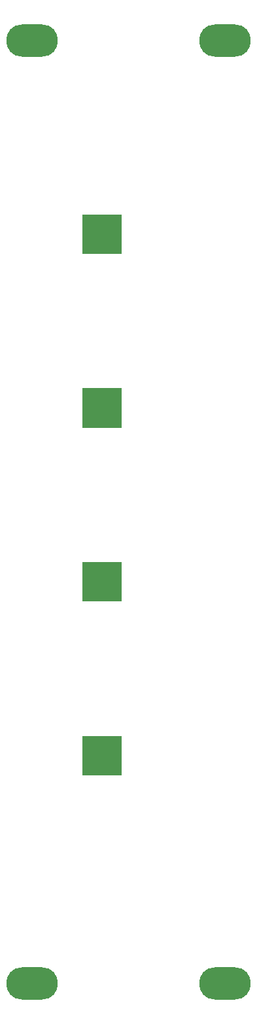
<source format=gbs>
G04 #@! TF.GenerationSoftware,KiCad,Pcbnew,(6.0.0)*
G04 #@! TF.CreationDate,2022-02-14T14:22:26+01:00*
G04 #@! TF.ProjectId,Basic-mixer,42617369-632d-46d6-9978-65722e6b6963,rev?*
G04 #@! TF.SameCoordinates,Original*
G04 #@! TF.FileFunction,Soldermask,Bot*
G04 #@! TF.FilePolarity,Negative*
%FSLAX46Y46*%
G04 Gerber Fmt 4.6, Leading zero omitted, Abs format (unit mm)*
G04 Created by KiCad (PCBNEW (6.0.0)) date 2022-02-14 14:22:26*
%MOMM*%
%LPD*%
G01*
G04 APERTURE LIST*
%ADD10C,0.100000*%
%ADD11O,6.700000X4.200000*%
G04 APERTURE END LIST*
D10*
X91000000Y-52500000D02*
X86000000Y-52500000D01*
X86000000Y-52500000D02*
X86000000Y-47500000D01*
X86000000Y-47500000D02*
X91000000Y-47500000D01*
X91000000Y-47500000D02*
X91000000Y-52500000D01*
G36*
X91000000Y-52500000D02*
G01*
X86000000Y-52500000D01*
X86000000Y-47500000D01*
X91000000Y-47500000D01*
X91000000Y-52500000D01*
G37*
X91000000Y-52500000D02*
X86000000Y-52500000D01*
X86000000Y-47500000D01*
X91000000Y-47500000D01*
X91000000Y-52500000D01*
X91000000Y-120000000D02*
X86000000Y-120000000D01*
X86000000Y-120000000D02*
X86000000Y-115000000D01*
X86000000Y-115000000D02*
X91000000Y-115000000D01*
X91000000Y-115000000D02*
X91000000Y-120000000D01*
G36*
X91000000Y-120000000D02*
G01*
X86000000Y-120000000D01*
X86000000Y-115000000D01*
X91000000Y-115000000D01*
X91000000Y-120000000D01*
G37*
X91000000Y-120000000D02*
X86000000Y-120000000D01*
X86000000Y-115000000D01*
X91000000Y-115000000D01*
X91000000Y-120000000D01*
X91000000Y-75000000D02*
X86000000Y-75000000D01*
X86000000Y-75000000D02*
X86000000Y-70000000D01*
X86000000Y-70000000D02*
X91000000Y-70000000D01*
X91000000Y-70000000D02*
X91000000Y-75000000D01*
G36*
X91000000Y-75000000D02*
G01*
X86000000Y-75000000D01*
X86000000Y-70000000D01*
X91000000Y-70000000D01*
X91000000Y-75000000D01*
G37*
X91000000Y-75000000D02*
X86000000Y-75000000D01*
X86000000Y-70000000D01*
X91000000Y-70000000D01*
X91000000Y-75000000D01*
X91000000Y-97500000D02*
X86000000Y-97500000D01*
X86000000Y-97500000D02*
X86000000Y-92500000D01*
X86000000Y-92500000D02*
X91000000Y-92500000D01*
X91000000Y-92500000D02*
X91000000Y-97500000D01*
G36*
X91000000Y-97500000D02*
G01*
X86000000Y-97500000D01*
X86000000Y-92500000D01*
X91000000Y-92500000D01*
X91000000Y-97500000D01*
G37*
X91000000Y-97500000D02*
X86000000Y-97500000D01*
X86000000Y-92500000D01*
X91000000Y-92500000D01*
X91000000Y-97500000D01*
D11*
X79500000Y-25000000D03*
X79500000Y-147000000D03*
X104500000Y-147000000D03*
X104500000Y-25000000D03*
M02*

</source>
